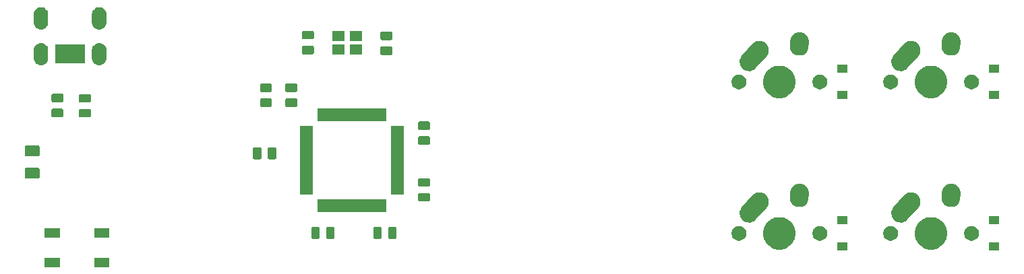
<source format=gbr>
G04 #@! TF.GenerationSoftware,KiCad,Pcbnew,5.1.4*
G04 #@! TF.CreationDate,2020-08-15T08:43:54-04:00*
G04 #@! TF.ProjectId,ai03-pcb-guide,61693033-2d70-4636-922d-67756964652e,rev?*
G04 #@! TF.SameCoordinates,Original*
G04 #@! TF.FileFunction,Soldermask,Bot*
G04 #@! TF.FilePolarity,Negative*
%FSLAX46Y46*%
G04 Gerber Fmt 4.6, Leading zero omitted, Abs format (unit mm)*
G04 Created by KiCad (PCBNEW 5.1.4) date 2020-08-15 08:43:54*
%MOMM*%
%LPD*%
G04 APERTURE LIST*
%ADD10C,0.100000*%
G04 APERTURE END LIST*
D10*
G36*
X52544750Y-96376000D02*
G01*
X50642750Y-96376000D01*
X50642750Y-95174000D01*
X52544750Y-95174000D01*
X52544750Y-96376000D01*
X52544750Y-96376000D01*
G37*
G36*
X46344750Y-96376000D02*
G01*
X44442750Y-96376000D01*
X44442750Y-95174000D01*
X46344750Y-95174000D01*
X46344750Y-96376000D01*
X46344750Y-96376000D01*
G37*
G36*
X164341300Y-94289500D02*
G01*
X163039300Y-94289500D01*
X163039300Y-93287500D01*
X164341300Y-93287500D01*
X164341300Y-94289500D01*
X164341300Y-94289500D01*
G37*
G36*
X145291300Y-94289500D02*
G01*
X143989300Y-94289500D01*
X143989300Y-93287500D01*
X145291300Y-93287500D01*
X145291300Y-94289500D01*
X145291300Y-94289500D01*
G37*
G36*
X137299274Y-90172184D02*
G01*
X137517274Y-90262483D01*
X137671423Y-90326333D01*
X138006348Y-90550123D01*
X138291177Y-90834952D01*
X138514967Y-91169877D01*
X138547362Y-91248086D01*
X138669116Y-91542026D01*
X138747700Y-91937094D01*
X138747700Y-92339906D01*
X138669116Y-92734974D01*
X138618251Y-92857772D01*
X138514967Y-93107123D01*
X138291177Y-93442048D01*
X138006348Y-93726877D01*
X137671423Y-93950667D01*
X137517274Y-94014517D01*
X137299274Y-94104816D01*
X136904206Y-94183400D01*
X136501394Y-94183400D01*
X136106326Y-94104816D01*
X135888326Y-94014517D01*
X135734177Y-93950667D01*
X135399252Y-93726877D01*
X135114423Y-93442048D01*
X134890633Y-93107123D01*
X134787349Y-92857772D01*
X134736484Y-92734974D01*
X134657900Y-92339906D01*
X134657900Y-91937094D01*
X134736484Y-91542026D01*
X134858238Y-91248086D01*
X134890633Y-91169877D01*
X135114423Y-90834952D01*
X135399252Y-90550123D01*
X135734177Y-90326333D01*
X135888326Y-90262483D01*
X136106326Y-90172184D01*
X136501394Y-90093600D01*
X136904206Y-90093600D01*
X137299274Y-90172184D01*
X137299274Y-90172184D01*
G37*
G36*
X156349274Y-90172184D02*
G01*
X156567274Y-90262483D01*
X156721423Y-90326333D01*
X157056348Y-90550123D01*
X157341177Y-90834952D01*
X157564967Y-91169877D01*
X157597362Y-91248086D01*
X157719116Y-91542026D01*
X157797700Y-91937094D01*
X157797700Y-92339906D01*
X157719116Y-92734974D01*
X157668251Y-92857772D01*
X157564967Y-93107123D01*
X157341177Y-93442048D01*
X157056348Y-93726877D01*
X156721423Y-93950667D01*
X156567274Y-94014517D01*
X156349274Y-94104816D01*
X155954206Y-94183400D01*
X155551394Y-94183400D01*
X155156326Y-94104816D01*
X154938326Y-94014517D01*
X154784177Y-93950667D01*
X154449252Y-93726877D01*
X154164423Y-93442048D01*
X153940633Y-93107123D01*
X153837349Y-92857772D01*
X153786484Y-92734974D01*
X153707900Y-92339906D01*
X153707900Y-91937094D01*
X153786484Y-91542026D01*
X153908238Y-91248086D01*
X153940633Y-91169877D01*
X154164423Y-90834952D01*
X154449252Y-90550123D01*
X154784177Y-90326333D01*
X154938326Y-90262483D01*
X155156326Y-90172184D01*
X155551394Y-90093600D01*
X155954206Y-90093600D01*
X156349274Y-90172184D01*
X156349274Y-90172184D01*
G37*
G36*
X161102904Y-91248085D02*
G01*
X161271426Y-91317889D01*
X161423091Y-91419228D01*
X161552072Y-91548209D01*
X161653411Y-91699874D01*
X161723215Y-91868396D01*
X161758800Y-92047297D01*
X161758800Y-92229703D01*
X161723215Y-92408604D01*
X161653411Y-92577126D01*
X161552072Y-92728791D01*
X161423091Y-92857772D01*
X161271426Y-92959111D01*
X161102904Y-93028915D01*
X160924003Y-93064500D01*
X160741597Y-93064500D01*
X160562696Y-93028915D01*
X160394174Y-92959111D01*
X160242509Y-92857772D01*
X160113528Y-92728791D01*
X160012189Y-92577126D01*
X159942385Y-92408604D01*
X159906800Y-92229703D01*
X159906800Y-92047297D01*
X159942385Y-91868396D01*
X160012189Y-91699874D01*
X160113528Y-91548209D01*
X160242509Y-91419228D01*
X160394174Y-91317889D01*
X160562696Y-91248085D01*
X160741597Y-91212500D01*
X160924003Y-91212500D01*
X161102904Y-91248085D01*
X161102904Y-91248085D01*
G37*
G36*
X150942904Y-91248085D02*
G01*
X151111426Y-91317889D01*
X151263091Y-91419228D01*
X151392072Y-91548209D01*
X151493411Y-91699874D01*
X151563215Y-91868396D01*
X151598800Y-92047297D01*
X151598800Y-92229703D01*
X151563215Y-92408604D01*
X151493411Y-92577126D01*
X151392072Y-92728791D01*
X151263091Y-92857772D01*
X151111426Y-92959111D01*
X150942904Y-93028915D01*
X150764003Y-93064500D01*
X150581597Y-93064500D01*
X150402696Y-93028915D01*
X150234174Y-92959111D01*
X150082509Y-92857772D01*
X149953528Y-92728791D01*
X149852189Y-92577126D01*
X149782385Y-92408604D01*
X149746800Y-92229703D01*
X149746800Y-92047297D01*
X149782385Y-91868396D01*
X149852189Y-91699874D01*
X149953528Y-91548209D01*
X150082509Y-91419228D01*
X150234174Y-91317889D01*
X150402696Y-91248085D01*
X150581597Y-91212500D01*
X150764003Y-91212500D01*
X150942904Y-91248085D01*
X150942904Y-91248085D01*
G37*
G36*
X131892904Y-91248085D02*
G01*
X132061426Y-91317889D01*
X132213091Y-91419228D01*
X132342072Y-91548209D01*
X132443411Y-91699874D01*
X132513215Y-91868396D01*
X132548800Y-92047297D01*
X132548800Y-92229703D01*
X132513215Y-92408604D01*
X132443411Y-92577126D01*
X132342072Y-92728791D01*
X132213091Y-92857772D01*
X132061426Y-92959111D01*
X131892904Y-93028915D01*
X131714003Y-93064500D01*
X131531597Y-93064500D01*
X131352696Y-93028915D01*
X131184174Y-92959111D01*
X131032509Y-92857772D01*
X130903528Y-92728791D01*
X130802189Y-92577126D01*
X130732385Y-92408604D01*
X130696800Y-92229703D01*
X130696800Y-92047297D01*
X130732385Y-91868396D01*
X130802189Y-91699874D01*
X130903528Y-91548209D01*
X131032509Y-91419228D01*
X131184174Y-91317889D01*
X131352696Y-91248085D01*
X131531597Y-91212500D01*
X131714003Y-91212500D01*
X131892904Y-91248085D01*
X131892904Y-91248085D01*
G37*
G36*
X142052904Y-91248085D02*
G01*
X142221426Y-91317889D01*
X142373091Y-91419228D01*
X142502072Y-91548209D01*
X142603411Y-91699874D01*
X142673215Y-91868396D01*
X142708800Y-92047297D01*
X142708800Y-92229703D01*
X142673215Y-92408604D01*
X142603411Y-92577126D01*
X142502072Y-92728791D01*
X142373091Y-92857772D01*
X142221426Y-92959111D01*
X142052904Y-93028915D01*
X141874003Y-93064500D01*
X141691597Y-93064500D01*
X141512696Y-93028915D01*
X141344174Y-92959111D01*
X141192509Y-92857772D01*
X141063528Y-92728791D01*
X140962189Y-92577126D01*
X140892385Y-92408604D01*
X140856800Y-92229703D01*
X140856800Y-92047297D01*
X140892385Y-91868396D01*
X140962189Y-91699874D01*
X141063528Y-91548209D01*
X141192509Y-91419228D01*
X141344174Y-91317889D01*
X141512696Y-91248085D01*
X141691597Y-91212500D01*
X141874003Y-91212500D01*
X142052904Y-91248085D01*
X142052904Y-91248085D01*
G37*
G36*
X80684468Y-91328565D02*
G01*
X80723138Y-91340296D01*
X80758777Y-91359346D01*
X80790017Y-91384983D01*
X80815654Y-91416223D01*
X80834704Y-91451862D01*
X80846435Y-91490532D01*
X80851000Y-91536888D01*
X80851000Y-92613112D01*
X80846435Y-92659468D01*
X80834704Y-92698138D01*
X80815654Y-92733777D01*
X80790017Y-92765017D01*
X80758777Y-92790654D01*
X80723138Y-92809704D01*
X80684468Y-92821435D01*
X80638112Y-92826000D01*
X79986888Y-92826000D01*
X79940532Y-92821435D01*
X79901862Y-92809704D01*
X79866223Y-92790654D01*
X79834983Y-92765017D01*
X79809346Y-92733777D01*
X79790296Y-92698138D01*
X79778565Y-92659468D01*
X79774000Y-92613112D01*
X79774000Y-91536888D01*
X79778565Y-91490532D01*
X79790296Y-91451862D01*
X79809346Y-91416223D01*
X79834983Y-91384983D01*
X79866223Y-91359346D01*
X79901862Y-91340296D01*
X79940532Y-91328565D01*
X79986888Y-91324000D01*
X80638112Y-91324000D01*
X80684468Y-91328565D01*
X80684468Y-91328565D01*
G37*
G36*
X78809468Y-91328565D02*
G01*
X78848138Y-91340296D01*
X78883777Y-91359346D01*
X78915017Y-91384983D01*
X78940654Y-91416223D01*
X78959704Y-91451862D01*
X78971435Y-91490532D01*
X78976000Y-91536888D01*
X78976000Y-92613112D01*
X78971435Y-92659468D01*
X78959704Y-92698138D01*
X78940654Y-92733777D01*
X78915017Y-92765017D01*
X78883777Y-92790654D01*
X78848138Y-92809704D01*
X78809468Y-92821435D01*
X78763112Y-92826000D01*
X78111888Y-92826000D01*
X78065532Y-92821435D01*
X78026862Y-92809704D01*
X77991223Y-92790654D01*
X77959983Y-92765017D01*
X77934346Y-92733777D01*
X77915296Y-92698138D01*
X77903565Y-92659468D01*
X77899000Y-92613112D01*
X77899000Y-91536888D01*
X77903565Y-91490532D01*
X77915296Y-91451862D01*
X77934346Y-91416223D01*
X77959983Y-91384983D01*
X77991223Y-91359346D01*
X78026862Y-91340296D01*
X78065532Y-91328565D01*
X78111888Y-91324000D01*
X78763112Y-91324000D01*
X78809468Y-91328565D01*
X78809468Y-91328565D01*
G37*
G36*
X86603218Y-91328565D02*
G01*
X86641888Y-91340296D01*
X86677527Y-91359346D01*
X86708767Y-91384983D01*
X86734404Y-91416223D01*
X86753454Y-91451862D01*
X86765185Y-91490532D01*
X86769750Y-91536888D01*
X86769750Y-92613112D01*
X86765185Y-92659468D01*
X86753454Y-92698138D01*
X86734404Y-92733777D01*
X86708767Y-92765017D01*
X86677527Y-92790654D01*
X86641888Y-92809704D01*
X86603218Y-92821435D01*
X86556862Y-92826000D01*
X85905638Y-92826000D01*
X85859282Y-92821435D01*
X85820612Y-92809704D01*
X85784973Y-92790654D01*
X85753733Y-92765017D01*
X85728096Y-92733777D01*
X85709046Y-92698138D01*
X85697315Y-92659468D01*
X85692750Y-92613112D01*
X85692750Y-91536888D01*
X85697315Y-91490532D01*
X85709046Y-91451862D01*
X85728096Y-91416223D01*
X85753733Y-91384983D01*
X85784973Y-91359346D01*
X85820612Y-91340296D01*
X85859282Y-91328565D01*
X85905638Y-91324000D01*
X86556862Y-91324000D01*
X86603218Y-91328565D01*
X86603218Y-91328565D01*
G37*
G36*
X88478218Y-91328565D02*
G01*
X88516888Y-91340296D01*
X88552527Y-91359346D01*
X88583767Y-91384983D01*
X88609404Y-91416223D01*
X88628454Y-91451862D01*
X88640185Y-91490532D01*
X88644750Y-91536888D01*
X88644750Y-92613112D01*
X88640185Y-92659468D01*
X88628454Y-92698138D01*
X88609404Y-92733777D01*
X88583767Y-92765017D01*
X88552527Y-92790654D01*
X88516888Y-92809704D01*
X88478218Y-92821435D01*
X88431862Y-92826000D01*
X87780638Y-92826000D01*
X87734282Y-92821435D01*
X87695612Y-92809704D01*
X87659973Y-92790654D01*
X87628733Y-92765017D01*
X87603096Y-92733777D01*
X87584046Y-92698138D01*
X87572315Y-92659468D01*
X87567750Y-92613112D01*
X87567750Y-91536888D01*
X87572315Y-91490532D01*
X87584046Y-91451862D01*
X87603096Y-91416223D01*
X87628733Y-91384983D01*
X87659973Y-91359346D01*
X87695612Y-91340296D01*
X87734282Y-91328565D01*
X87780638Y-91324000D01*
X88431862Y-91324000D01*
X88478218Y-91328565D01*
X88478218Y-91328565D01*
G37*
G36*
X52544750Y-92676000D02*
G01*
X50642750Y-92676000D01*
X50642750Y-91474000D01*
X52544750Y-91474000D01*
X52544750Y-92676000D01*
X52544750Y-92676000D01*
G37*
G36*
X46344750Y-92676000D02*
G01*
X44442750Y-92676000D01*
X44442750Y-91474000D01*
X46344750Y-91474000D01*
X46344750Y-92676000D01*
X46344750Y-92676000D01*
G37*
G36*
X164341300Y-90989500D02*
G01*
X163039300Y-90989500D01*
X163039300Y-89987500D01*
X164341300Y-89987500D01*
X164341300Y-90989500D01*
X164341300Y-90989500D01*
G37*
G36*
X145291300Y-90989500D02*
G01*
X143989300Y-90989500D01*
X143989300Y-89987500D01*
X145291300Y-89987500D01*
X145291300Y-90989500D01*
X145291300Y-90989500D01*
G37*
G36*
X134226005Y-86962381D02*
G01*
X134231445Y-86962500D01*
X134318628Y-86962500D01*
X134334897Y-86965736D01*
X134353756Y-86968015D01*
X134370332Y-86968746D01*
X134455023Y-86989510D01*
X134460318Y-86990684D01*
X134545827Y-87007693D01*
X134561162Y-87014045D01*
X134579201Y-87019955D01*
X134595321Y-87023907D01*
X134674304Y-87060780D01*
X134679294Y-87062977D01*
X134759845Y-87096342D01*
X134773641Y-87105560D01*
X134790193Y-87114882D01*
X134805226Y-87121900D01*
X134875494Y-87173471D01*
X134879992Y-87176622D01*
X134952456Y-87225041D01*
X134964183Y-87236768D01*
X134978609Y-87249148D01*
X134989307Y-87257000D01*
X134991980Y-87258962D01*
X135050821Y-87323233D01*
X135054629Y-87327214D01*
X135116259Y-87388844D01*
X135125474Y-87402635D01*
X135137196Y-87417578D01*
X135148405Y-87429821D01*
X135193599Y-87504374D01*
X135196546Y-87509001D01*
X135244958Y-87581455D01*
X135251305Y-87596777D01*
X135259892Y-87613731D01*
X135268491Y-87627917D01*
X135298278Y-87709868D01*
X135300252Y-87714948D01*
X135333607Y-87795473D01*
X135333607Y-87795474D01*
X135336841Y-87811733D01*
X135341958Y-87830042D01*
X135347625Y-87845634D01*
X135360855Y-87931845D01*
X135361801Y-87937213D01*
X135378800Y-88022673D01*
X135378800Y-88039252D01*
X135380244Y-88058192D01*
X135382763Y-88074604D01*
X135378920Y-88161749D01*
X135378800Y-88167189D01*
X135378800Y-88254325D01*
X135375566Y-88270583D01*
X135373288Y-88289441D01*
X135372556Y-88306031D01*
X135351788Y-88390737D01*
X135350612Y-88396037D01*
X135333607Y-88481527D01*
X135327257Y-88496857D01*
X135321349Y-88514893D01*
X135317395Y-88531020D01*
X135280511Y-88610026D01*
X135278311Y-88615023D01*
X135244958Y-88695545D01*
X135235744Y-88709335D01*
X135226422Y-88725887D01*
X135219402Y-88740924D01*
X135167811Y-88811220D01*
X135164666Y-88815710D01*
X135116261Y-88888154D01*
X135059260Y-88945155D01*
X135054611Y-88950063D01*
X134623111Y-89430970D01*
X133729523Y-90426876D01*
X133601479Y-90544102D01*
X133502430Y-90604146D01*
X133403383Y-90664189D01*
X133185666Y-90743323D01*
X132956695Y-90778461D01*
X132725270Y-90768254D01*
X132500281Y-90713093D01*
X132395527Y-90664189D01*
X132290379Y-90615102D01*
X132193638Y-90544102D01*
X132103623Y-90478039D01*
X132029194Y-90396741D01*
X131947198Y-90307179D01*
X131865364Y-90172185D01*
X131827111Y-90109083D01*
X131747977Y-89891366D01*
X131712839Y-89662395D01*
X131723046Y-89430970D01*
X131778207Y-89205981D01*
X131829772Y-89095528D01*
X131876198Y-88996080D01*
X131876200Y-88996077D01*
X131978914Y-88856122D01*
X132663524Y-88093123D01*
X133265587Y-87422121D01*
X133276481Y-87408089D01*
X133289339Y-87388846D01*
X133346373Y-87331812D01*
X133351023Y-87326903D01*
X133366078Y-87310124D01*
X133387501Y-87290511D01*
X133391482Y-87286703D01*
X133453146Y-87225039D01*
X133466943Y-87215820D01*
X133481902Y-87204085D01*
X133494121Y-87192898D01*
X133526185Y-87173461D01*
X133568630Y-87147731D01*
X133573221Y-87144808D01*
X133645755Y-87096342D01*
X133661100Y-87089986D01*
X133678048Y-87081401D01*
X133692216Y-87072812D01*
X133692217Y-87072812D01*
X133692218Y-87072811D01*
X133774112Y-87043045D01*
X133779210Y-87041063D01*
X133859773Y-87007693D01*
X133876052Y-87004455D01*
X133894342Y-86999344D01*
X133909935Y-86993677D01*
X133996100Y-86980454D01*
X134001463Y-86979509D01*
X134086973Y-86962500D01*
X134103566Y-86962500D01*
X134122509Y-86961055D01*
X134138906Y-86958539D01*
X134226005Y-86962381D01*
X134226005Y-86962381D01*
G37*
G36*
X153276005Y-86962381D02*
G01*
X153281445Y-86962500D01*
X153368628Y-86962500D01*
X153384897Y-86965736D01*
X153403756Y-86968015D01*
X153420332Y-86968746D01*
X153505023Y-86989510D01*
X153510318Y-86990684D01*
X153595827Y-87007693D01*
X153611162Y-87014045D01*
X153629201Y-87019955D01*
X153645321Y-87023907D01*
X153724304Y-87060780D01*
X153729294Y-87062977D01*
X153809845Y-87096342D01*
X153823641Y-87105560D01*
X153840193Y-87114882D01*
X153855226Y-87121900D01*
X153925494Y-87173471D01*
X153929992Y-87176622D01*
X154002456Y-87225041D01*
X154014183Y-87236768D01*
X154028609Y-87249148D01*
X154039307Y-87257000D01*
X154041980Y-87258962D01*
X154100821Y-87323233D01*
X154104629Y-87327214D01*
X154166259Y-87388844D01*
X154175474Y-87402635D01*
X154187196Y-87417578D01*
X154198405Y-87429821D01*
X154243599Y-87504374D01*
X154246546Y-87509001D01*
X154294958Y-87581455D01*
X154301305Y-87596777D01*
X154309892Y-87613731D01*
X154318491Y-87627917D01*
X154348278Y-87709868D01*
X154350252Y-87714948D01*
X154383607Y-87795473D01*
X154383607Y-87795474D01*
X154386841Y-87811733D01*
X154391958Y-87830042D01*
X154397625Y-87845634D01*
X154410855Y-87931845D01*
X154411801Y-87937213D01*
X154428800Y-88022673D01*
X154428800Y-88039252D01*
X154430244Y-88058192D01*
X154432763Y-88074604D01*
X154428920Y-88161749D01*
X154428800Y-88167189D01*
X154428800Y-88254325D01*
X154425566Y-88270583D01*
X154423288Y-88289441D01*
X154422556Y-88306031D01*
X154401788Y-88390737D01*
X154400612Y-88396037D01*
X154383607Y-88481527D01*
X154377257Y-88496857D01*
X154371349Y-88514893D01*
X154367395Y-88531020D01*
X154330511Y-88610026D01*
X154328311Y-88615023D01*
X154294958Y-88695545D01*
X154285744Y-88709335D01*
X154276422Y-88725887D01*
X154269402Y-88740924D01*
X154217811Y-88811220D01*
X154214666Y-88815710D01*
X154166261Y-88888154D01*
X154109260Y-88945155D01*
X154104611Y-88950063D01*
X153673111Y-89430970D01*
X152779523Y-90426876D01*
X152651479Y-90544102D01*
X152552430Y-90604146D01*
X152453383Y-90664189D01*
X152235666Y-90743323D01*
X152006695Y-90778461D01*
X151775270Y-90768254D01*
X151550281Y-90713093D01*
X151445527Y-90664189D01*
X151340379Y-90615102D01*
X151243638Y-90544102D01*
X151153623Y-90478039D01*
X151079194Y-90396741D01*
X150997198Y-90307179D01*
X150915364Y-90172185D01*
X150877111Y-90109083D01*
X150797977Y-89891366D01*
X150762839Y-89662395D01*
X150773046Y-89430970D01*
X150828207Y-89205981D01*
X150879772Y-89095528D01*
X150926198Y-88996080D01*
X150926200Y-88996077D01*
X151028914Y-88856122D01*
X151713524Y-88093123D01*
X152315587Y-87422121D01*
X152326481Y-87408089D01*
X152339339Y-87388846D01*
X152396373Y-87331812D01*
X152401023Y-87326903D01*
X152416078Y-87310124D01*
X152437501Y-87290511D01*
X152441482Y-87286703D01*
X152503146Y-87225039D01*
X152516943Y-87215820D01*
X152531902Y-87204085D01*
X152544121Y-87192898D01*
X152576185Y-87173461D01*
X152618630Y-87147731D01*
X152623221Y-87144808D01*
X152695755Y-87096342D01*
X152711100Y-87089986D01*
X152728048Y-87081401D01*
X152742216Y-87072812D01*
X152742217Y-87072812D01*
X152742218Y-87072811D01*
X152824112Y-87043045D01*
X152829210Y-87041063D01*
X152909773Y-87007693D01*
X152926052Y-87004455D01*
X152944342Y-86999344D01*
X152959935Y-86993677D01*
X153046100Y-86980454D01*
X153051463Y-86979509D01*
X153136973Y-86962500D01*
X153153566Y-86962500D01*
X153172509Y-86961055D01*
X153188906Y-86958539D01*
X153276005Y-86962381D01*
X153276005Y-86962381D01*
G37*
G36*
X87358600Y-89432000D02*
G01*
X78706600Y-89432000D01*
X78706600Y-87830000D01*
X87358600Y-87830000D01*
X87358600Y-89432000D01*
X87358600Y-89432000D01*
G37*
G36*
X158380927Y-85880761D02*
G01*
X158401700Y-85882500D01*
X158408627Y-85882500D01*
X158503554Y-85901382D01*
X158507148Y-85902042D01*
X158602530Y-85918124D01*
X158609003Y-85920585D01*
X158629028Y-85926341D01*
X158635827Y-85927693D01*
X158698214Y-85953534D01*
X158725243Y-85964730D01*
X158728644Y-85966081D01*
X158819055Y-86000461D01*
X158824927Y-86004140D01*
X158843436Y-86013687D01*
X158849845Y-86016342D01*
X158930363Y-86070142D01*
X158933354Y-86072078D01*
X159015357Y-86123459D01*
X159020384Y-86128200D01*
X159036696Y-86141191D01*
X159042452Y-86145037D01*
X159110910Y-86213495D01*
X159113489Y-86215999D01*
X159183890Y-86282389D01*
X159187895Y-86288019D01*
X159201359Y-86303944D01*
X159206259Y-86308844D01*
X159260044Y-86389339D01*
X159262091Y-86392307D01*
X159318180Y-86471145D01*
X159321014Y-86477458D01*
X159331108Y-86495693D01*
X159334958Y-86501455D01*
X159372020Y-86590930D01*
X159373424Y-86594185D01*
X159413065Y-86682473D01*
X159414615Y-86689225D01*
X159420952Y-86709062D01*
X159423607Y-86715473D01*
X159442492Y-86810417D01*
X159443238Y-86813901D01*
X159464898Y-86908251D01*
X159464898Y-86908254D01*
X159465100Y-86915154D01*
X159467447Y-86935870D01*
X159468800Y-86942674D01*
X159468800Y-87039486D01*
X159468853Y-87043084D01*
X159469988Y-87081777D01*
X159469095Y-87094725D01*
X159468800Y-87103297D01*
X159468800Y-87174326D01*
X159462881Y-87204085D01*
X159462404Y-87206479D01*
X159460300Y-87222250D01*
X159422038Y-87777045D01*
X159393176Y-87948230D01*
X159310838Y-88164755D01*
X159187841Y-88361057D01*
X159028911Y-88529590D01*
X158840155Y-88663880D01*
X158628827Y-88758765D01*
X158403049Y-88810598D01*
X158171498Y-88817389D01*
X158171497Y-88817389D01*
X158125812Y-88809686D01*
X157943070Y-88778876D01*
X157726545Y-88696538D01*
X157530243Y-88573541D01*
X157361710Y-88414611D01*
X157227420Y-88225855D01*
X157132535Y-88014527D01*
X157080702Y-87788749D01*
X157075612Y-87615223D01*
X157116504Y-87022294D01*
X157116800Y-87013696D01*
X157116800Y-86942675D01*
X157135682Y-86847750D01*
X157136344Y-86844145D01*
X157142031Y-86810417D01*
X157152424Y-86748770D01*
X157154885Y-86742299D01*
X157160642Y-86722267D01*
X157161993Y-86715474D01*
X157164643Y-86709076D01*
X157199064Y-86625976D01*
X157200353Y-86622730D01*
X157234762Y-86532245D01*
X157238436Y-86526381D01*
X157247987Y-86507865D01*
X157250642Y-86501455D01*
X157304457Y-86420915D01*
X157306377Y-86417949D01*
X157357759Y-86335943D01*
X157362511Y-86330904D01*
X157375489Y-86314607D01*
X157379337Y-86308848D01*
X157447793Y-86240392D01*
X157450346Y-86237762D01*
X157470823Y-86216048D01*
X157516689Y-86167410D01*
X157522321Y-86163403D01*
X157538247Y-86149938D01*
X157543146Y-86145039D01*
X157623624Y-86091266D01*
X157626606Y-86089210D01*
X157705445Y-86033120D01*
X157711755Y-86030287D01*
X157729994Y-86020191D01*
X157735751Y-86016344D01*
X157735754Y-86016343D01*
X157735755Y-86016342D01*
X157825229Y-85979281D01*
X157828487Y-85977875D01*
X157916773Y-85938235D01*
X157923525Y-85936685D01*
X157943362Y-85930348D01*
X157949773Y-85927693D01*
X158044699Y-85908811D01*
X158048246Y-85908051D01*
X158142551Y-85886401D01*
X158144930Y-85886331D01*
X158149465Y-85886198D01*
X158170181Y-85883851D01*
X158176974Y-85882500D01*
X158273759Y-85882500D01*
X158277384Y-85882447D01*
X158374102Y-85879610D01*
X158380927Y-85880761D01*
X158380927Y-85880761D01*
G37*
G36*
X139330927Y-85880761D02*
G01*
X139351700Y-85882500D01*
X139358627Y-85882500D01*
X139453554Y-85901382D01*
X139457148Y-85902042D01*
X139552530Y-85918124D01*
X139559003Y-85920585D01*
X139579028Y-85926341D01*
X139585827Y-85927693D01*
X139648214Y-85953534D01*
X139675243Y-85964730D01*
X139678644Y-85966081D01*
X139769055Y-86000461D01*
X139774927Y-86004140D01*
X139793436Y-86013687D01*
X139799845Y-86016342D01*
X139880363Y-86070142D01*
X139883354Y-86072078D01*
X139965357Y-86123459D01*
X139970384Y-86128200D01*
X139986696Y-86141191D01*
X139992452Y-86145037D01*
X140060910Y-86213495D01*
X140063489Y-86215999D01*
X140133890Y-86282389D01*
X140137895Y-86288019D01*
X140151359Y-86303944D01*
X140156259Y-86308844D01*
X140210044Y-86389339D01*
X140212091Y-86392307D01*
X140268180Y-86471145D01*
X140271014Y-86477458D01*
X140281108Y-86495693D01*
X140284958Y-86501455D01*
X140322020Y-86590930D01*
X140323424Y-86594185D01*
X140363065Y-86682473D01*
X140364615Y-86689225D01*
X140370952Y-86709062D01*
X140373607Y-86715473D01*
X140392492Y-86810417D01*
X140393238Y-86813901D01*
X140414898Y-86908251D01*
X140414898Y-86908254D01*
X140415100Y-86915154D01*
X140417447Y-86935870D01*
X140418800Y-86942674D01*
X140418800Y-87039486D01*
X140418853Y-87043084D01*
X140419988Y-87081777D01*
X140419095Y-87094725D01*
X140418800Y-87103297D01*
X140418800Y-87174326D01*
X140412881Y-87204085D01*
X140412404Y-87206479D01*
X140410300Y-87222250D01*
X140372038Y-87777045D01*
X140343176Y-87948230D01*
X140260838Y-88164755D01*
X140137841Y-88361057D01*
X139978911Y-88529590D01*
X139790155Y-88663880D01*
X139578827Y-88758765D01*
X139353049Y-88810598D01*
X139121498Y-88817389D01*
X139121497Y-88817389D01*
X139075812Y-88809686D01*
X138893070Y-88778876D01*
X138676545Y-88696538D01*
X138480243Y-88573541D01*
X138311710Y-88414611D01*
X138177420Y-88225855D01*
X138082535Y-88014527D01*
X138030702Y-87788749D01*
X138025612Y-87615223D01*
X138066504Y-87022294D01*
X138066800Y-87013696D01*
X138066800Y-86942675D01*
X138085682Y-86847750D01*
X138086344Y-86844145D01*
X138092031Y-86810417D01*
X138102424Y-86748770D01*
X138104885Y-86742299D01*
X138110642Y-86722267D01*
X138111993Y-86715474D01*
X138114643Y-86709076D01*
X138149064Y-86625976D01*
X138150353Y-86622730D01*
X138184762Y-86532245D01*
X138188436Y-86526381D01*
X138197987Y-86507865D01*
X138200642Y-86501455D01*
X138254457Y-86420915D01*
X138256377Y-86417949D01*
X138307759Y-86335943D01*
X138312511Y-86330904D01*
X138325489Y-86314607D01*
X138329337Y-86308848D01*
X138397793Y-86240392D01*
X138400346Y-86237762D01*
X138420823Y-86216048D01*
X138466689Y-86167410D01*
X138472321Y-86163403D01*
X138488247Y-86149938D01*
X138493146Y-86145039D01*
X138573624Y-86091266D01*
X138576606Y-86089210D01*
X138655445Y-86033120D01*
X138661755Y-86030287D01*
X138679994Y-86020191D01*
X138685751Y-86016344D01*
X138685754Y-86016343D01*
X138685755Y-86016342D01*
X138775229Y-85979281D01*
X138778487Y-85977875D01*
X138866773Y-85938235D01*
X138873525Y-85936685D01*
X138893362Y-85930348D01*
X138899773Y-85927693D01*
X138994699Y-85908811D01*
X138998246Y-85908051D01*
X139092551Y-85886401D01*
X139094930Y-85886331D01*
X139099465Y-85886198D01*
X139120181Y-85883851D01*
X139126974Y-85882500D01*
X139223759Y-85882500D01*
X139227384Y-85882447D01*
X139324102Y-85879610D01*
X139330927Y-85880761D01*
X139330927Y-85880761D01*
G37*
G36*
X92659468Y-87066065D02*
G01*
X92698138Y-87077796D01*
X92733777Y-87096846D01*
X92765017Y-87122483D01*
X92790654Y-87153723D01*
X92809704Y-87189362D01*
X92821435Y-87228032D01*
X92826000Y-87274388D01*
X92826000Y-87925612D01*
X92821435Y-87971968D01*
X92809704Y-88010638D01*
X92790654Y-88046277D01*
X92765017Y-88077517D01*
X92733777Y-88103154D01*
X92698138Y-88122204D01*
X92659468Y-88133935D01*
X92613112Y-88138500D01*
X91536888Y-88138500D01*
X91490532Y-88133935D01*
X91451862Y-88122204D01*
X91416223Y-88103154D01*
X91384983Y-88077517D01*
X91359346Y-88046277D01*
X91340296Y-88010638D01*
X91328565Y-87971968D01*
X91324000Y-87925612D01*
X91324000Y-87274388D01*
X91328565Y-87228032D01*
X91340296Y-87189362D01*
X91359346Y-87153723D01*
X91384983Y-87122483D01*
X91416223Y-87096846D01*
X91451862Y-87077796D01*
X91490532Y-87066065D01*
X91536888Y-87061500D01*
X92613112Y-87061500D01*
X92659468Y-87066065D01*
X92659468Y-87066065D01*
G37*
G36*
X78133600Y-87257000D02*
G01*
X76531600Y-87257000D01*
X76531600Y-78605000D01*
X78133600Y-78605000D01*
X78133600Y-87257000D01*
X78133600Y-87257000D01*
G37*
G36*
X89533600Y-87257000D02*
G01*
X87931600Y-87257000D01*
X87931600Y-78605000D01*
X89533600Y-78605000D01*
X89533600Y-87257000D01*
X89533600Y-87257000D01*
G37*
G36*
X92659468Y-85191065D02*
G01*
X92698138Y-85202796D01*
X92733777Y-85221846D01*
X92765017Y-85247483D01*
X92790654Y-85278723D01*
X92809704Y-85314362D01*
X92821435Y-85353032D01*
X92826000Y-85399388D01*
X92826000Y-86050612D01*
X92821435Y-86096968D01*
X92809704Y-86135638D01*
X92790654Y-86171277D01*
X92765017Y-86202517D01*
X92733777Y-86228154D01*
X92698138Y-86247204D01*
X92659468Y-86258935D01*
X92613112Y-86263500D01*
X91536888Y-86263500D01*
X91490532Y-86258935D01*
X91451862Y-86247204D01*
X91416223Y-86228154D01*
X91384983Y-86202517D01*
X91359346Y-86171277D01*
X91340296Y-86135638D01*
X91328565Y-86096968D01*
X91324000Y-86050612D01*
X91324000Y-85399388D01*
X91328565Y-85353032D01*
X91340296Y-85314362D01*
X91359346Y-85278723D01*
X91384983Y-85247483D01*
X91416223Y-85221846D01*
X91451862Y-85202796D01*
X91490532Y-85191065D01*
X91536888Y-85186500D01*
X92613112Y-85186500D01*
X92659468Y-85191065D01*
X92659468Y-85191065D01*
G37*
G36*
X43631104Y-83884597D02*
G01*
X43667644Y-83895682D01*
X43701321Y-83913683D01*
X43730841Y-83937909D01*
X43755067Y-83967429D01*
X43773068Y-84001106D01*
X43784153Y-84037646D01*
X43788500Y-84081788D01*
X43788500Y-85030712D01*
X43784153Y-85074854D01*
X43773068Y-85111394D01*
X43755067Y-85145071D01*
X43730841Y-85174591D01*
X43701321Y-85198817D01*
X43667644Y-85216818D01*
X43631104Y-85227903D01*
X43586962Y-85232250D01*
X42138038Y-85232250D01*
X42093896Y-85227903D01*
X42057356Y-85216818D01*
X42023679Y-85198817D01*
X41994159Y-85174591D01*
X41969933Y-85145071D01*
X41951932Y-85111394D01*
X41940847Y-85074854D01*
X41936500Y-85030712D01*
X41936500Y-84081788D01*
X41940847Y-84037646D01*
X41951932Y-84001106D01*
X41969933Y-83967429D01*
X41994159Y-83937909D01*
X42023679Y-83913683D01*
X42057356Y-83895682D01*
X42093896Y-83884597D01*
X42138038Y-83880250D01*
X43586962Y-83880250D01*
X43631104Y-83884597D01*
X43631104Y-83884597D01*
G37*
G36*
X73366968Y-81320965D02*
G01*
X73405638Y-81332696D01*
X73441277Y-81351746D01*
X73472517Y-81377383D01*
X73498154Y-81408623D01*
X73517204Y-81444262D01*
X73528935Y-81482932D01*
X73533500Y-81529288D01*
X73533500Y-82605512D01*
X73528935Y-82651868D01*
X73517204Y-82690538D01*
X73498154Y-82726177D01*
X73472517Y-82757417D01*
X73441277Y-82783054D01*
X73405638Y-82802104D01*
X73366968Y-82813835D01*
X73320612Y-82818400D01*
X72669388Y-82818400D01*
X72623032Y-82813835D01*
X72584362Y-82802104D01*
X72548723Y-82783054D01*
X72517483Y-82757417D01*
X72491846Y-82726177D01*
X72472796Y-82690538D01*
X72461065Y-82651868D01*
X72456500Y-82605512D01*
X72456500Y-81529288D01*
X72461065Y-81482932D01*
X72472796Y-81444262D01*
X72491846Y-81408623D01*
X72517483Y-81377383D01*
X72548723Y-81351746D01*
X72584362Y-81332696D01*
X72623032Y-81320965D01*
X72669388Y-81316400D01*
X73320612Y-81316400D01*
X73366968Y-81320965D01*
X73366968Y-81320965D01*
G37*
G36*
X71491968Y-81320965D02*
G01*
X71530638Y-81332696D01*
X71566277Y-81351746D01*
X71597517Y-81377383D01*
X71623154Y-81408623D01*
X71642204Y-81444262D01*
X71653935Y-81482932D01*
X71658500Y-81529288D01*
X71658500Y-82605512D01*
X71653935Y-82651868D01*
X71642204Y-82690538D01*
X71623154Y-82726177D01*
X71597517Y-82757417D01*
X71566277Y-82783054D01*
X71530638Y-82802104D01*
X71491968Y-82813835D01*
X71445612Y-82818400D01*
X70794388Y-82818400D01*
X70748032Y-82813835D01*
X70709362Y-82802104D01*
X70673723Y-82783054D01*
X70642483Y-82757417D01*
X70616846Y-82726177D01*
X70597796Y-82690538D01*
X70586065Y-82651868D01*
X70581500Y-82605512D01*
X70581500Y-81529288D01*
X70586065Y-81482932D01*
X70597796Y-81444262D01*
X70616846Y-81408623D01*
X70642483Y-81377383D01*
X70673723Y-81351746D01*
X70709362Y-81332696D01*
X70748032Y-81320965D01*
X70794388Y-81316400D01*
X71445612Y-81316400D01*
X71491968Y-81320965D01*
X71491968Y-81320965D01*
G37*
G36*
X43631104Y-81084597D02*
G01*
X43667644Y-81095682D01*
X43701321Y-81113683D01*
X43730841Y-81137909D01*
X43755067Y-81167429D01*
X43773068Y-81201106D01*
X43784153Y-81237646D01*
X43788500Y-81281788D01*
X43788500Y-82230712D01*
X43784153Y-82274854D01*
X43773068Y-82311394D01*
X43755067Y-82345071D01*
X43730841Y-82374591D01*
X43701321Y-82398817D01*
X43667644Y-82416818D01*
X43631104Y-82427903D01*
X43586962Y-82432250D01*
X42138038Y-82432250D01*
X42093896Y-82427903D01*
X42057356Y-82416818D01*
X42023679Y-82398817D01*
X41994159Y-82374591D01*
X41969933Y-82345071D01*
X41951932Y-82311394D01*
X41940847Y-82274854D01*
X41936500Y-82230712D01*
X41936500Y-81281788D01*
X41940847Y-81237646D01*
X41951932Y-81201106D01*
X41969933Y-81167429D01*
X41994159Y-81137909D01*
X42023679Y-81113683D01*
X42057356Y-81095682D01*
X42093896Y-81084597D01*
X42138038Y-81080250D01*
X43586962Y-81080250D01*
X43631104Y-81084597D01*
X43631104Y-81084597D01*
G37*
G36*
X92659468Y-79922315D02*
G01*
X92698138Y-79934046D01*
X92733777Y-79953096D01*
X92765017Y-79978733D01*
X92790654Y-80009973D01*
X92809704Y-80045612D01*
X92821435Y-80084282D01*
X92826000Y-80130638D01*
X92826000Y-80781862D01*
X92821435Y-80828218D01*
X92809704Y-80866888D01*
X92790654Y-80902527D01*
X92765017Y-80933767D01*
X92733777Y-80959404D01*
X92698138Y-80978454D01*
X92659468Y-80990185D01*
X92613112Y-80994750D01*
X91536888Y-80994750D01*
X91490532Y-80990185D01*
X91451862Y-80978454D01*
X91416223Y-80959404D01*
X91384983Y-80933767D01*
X91359346Y-80902527D01*
X91340296Y-80866888D01*
X91328565Y-80828218D01*
X91324000Y-80781862D01*
X91324000Y-80130638D01*
X91328565Y-80084282D01*
X91340296Y-80045612D01*
X91359346Y-80009973D01*
X91384983Y-79978733D01*
X91416223Y-79953096D01*
X91451862Y-79934046D01*
X91490532Y-79922315D01*
X91536888Y-79917750D01*
X92613112Y-79917750D01*
X92659468Y-79922315D01*
X92659468Y-79922315D01*
G37*
G36*
X92659468Y-78047315D02*
G01*
X92698138Y-78059046D01*
X92733777Y-78078096D01*
X92765017Y-78103733D01*
X92790654Y-78134973D01*
X92809704Y-78170612D01*
X92821435Y-78209282D01*
X92826000Y-78255638D01*
X92826000Y-78906862D01*
X92821435Y-78953218D01*
X92809704Y-78991888D01*
X92790654Y-79027527D01*
X92765017Y-79058767D01*
X92733777Y-79084404D01*
X92698138Y-79103454D01*
X92659468Y-79115185D01*
X92613112Y-79119750D01*
X91536888Y-79119750D01*
X91490532Y-79115185D01*
X91451862Y-79103454D01*
X91416223Y-79084404D01*
X91384983Y-79058767D01*
X91359346Y-79027527D01*
X91340296Y-78991888D01*
X91328565Y-78953218D01*
X91324000Y-78906862D01*
X91324000Y-78255638D01*
X91328565Y-78209282D01*
X91340296Y-78170612D01*
X91359346Y-78134973D01*
X91384983Y-78103733D01*
X91416223Y-78078096D01*
X91451862Y-78059046D01*
X91490532Y-78047315D01*
X91536888Y-78042750D01*
X92613112Y-78042750D01*
X92659468Y-78047315D01*
X92659468Y-78047315D01*
G37*
G36*
X87358600Y-78032000D02*
G01*
X78706600Y-78032000D01*
X78706600Y-76430000D01*
X87358600Y-76430000D01*
X87358600Y-78032000D01*
X87358600Y-78032000D01*
G37*
G36*
X50063668Y-76486965D02*
G01*
X50102338Y-76498696D01*
X50137977Y-76517746D01*
X50169217Y-76543383D01*
X50194854Y-76574623D01*
X50213904Y-76610262D01*
X50225635Y-76648932D01*
X50230200Y-76695288D01*
X50230200Y-77346512D01*
X50225635Y-77392868D01*
X50213904Y-77431538D01*
X50194854Y-77467177D01*
X50169217Y-77498417D01*
X50137977Y-77524054D01*
X50102338Y-77543104D01*
X50063668Y-77554835D01*
X50017312Y-77559400D01*
X48941088Y-77559400D01*
X48894732Y-77554835D01*
X48856062Y-77543104D01*
X48820423Y-77524054D01*
X48789183Y-77498417D01*
X48763546Y-77467177D01*
X48744496Y-77431538D01*
X48732765Y-77392868D01*
X48728200Y-77346512D01*
X48728200Y-76695288D01*
X48732765Y-76648932D01*
X48744496Y-76610262D01*
X48763546Y-76574623D01*
X48789183Y-76543383D01*
X48820423Y-76517746D01*
X48856062Y-76498696D01*
X48894732Y-76486965D01*
X48941088Y-76482400D01*
X50017312Y-76482400D01*
X50063668Y-76486965D01*
X50063668Y-76486965D01*
G37*
G36*
X46621968Y-76459815D02*
G01*
X46660638Y-76471546D01*
X46696277Y-76490596D01*
X46727517Y-76516233D01*
X46753154Y-76547473D01*
X46772204Y-76583112D01*
X46783935Y-76621782D01*
X46788500Y-76668138D01*
X46788500Y-77319362D01*
X46783935Y-77365718D01*
X46772204Y-77404388D01*
X46753154Y-77440027D01*
X46727517Y-77471267D01*
X46696277Y-77496904D01*
X46660638Y-77515954D01*
X46621968Y-77527685D01*
X46575612Y-77532250D01*
X45499388Y-77532250D01*
X45453032Y-77527685D01*
X45414362Y-77515954D01*
X45378723Y-77496904D01*
X45347483Y-77471267D01*
X45321846Y-77440027D01*
X45302796Y-77404388D01*
X45291065Y-77365718D01*
X45286500Y-77319362D01*
X45286500Y-76668138D01*
X45291065Y-76621782D01*
X45302796Y-76583112D01*
X45321846Y-76547473D01*
X45347483Y-76516233D01*
X45378723Y-76490596D01*
X45414362Y-76471546D01*
X45453032Y-76459815D01*
X45499388Y-76455250D01*
X46575612Y-76455250D01*
X46621968Y-76459815D01*
X46621968Y-76459815D01*
G37*
G36*
X72815718Y-75159815D02*
G01*
X72854388Y-75171546D01*
X72890027Y-75190596D01*
X72921267Y-75216233D01*
X72946904Y-75247473D01*
X72965954Y-75283112D01*
X72977685Y-75321782D01*
X72982250Y-75368138D01*
X72982250Y-76019362D01*
X72977685Y-76065718D01*
X72965954Y-76104388D01*
X72946904Y-76140027D01*
X72921267Y-76171267D01*
X72890027Y-76196904D01*
X72854388Y-76215954D01*
X72815718Y-76227685D01*
X72769362Y-76232250D01*
X71693138Y-76232250D01*
X71646782Y-76227685D01*
X71608112Y-76215954D01*
X71572473Y-76196904D01*
X71541233Y-76171267D01*
X71515596Y-76140027D01*
X71496546Y-76104388D01*
X71484815Y-76065718D01*
X71480250Y-76019362D01*
X71480250Y-75368138D01*
X71484815Y-75321782D01*
X71496546Y-75283112D01*
X71515596Y-75247473D01*
X71541233Y-75216233D01*
X71572473Y-75190596D01*
X71608112Y-75171546D01*
X71646782Y-75159815D01*
X71693138Y-75155250D01*
X72769362Y-75155250D01*
X72815718Y-75159815D01*
X72815718Y-75159815D01*
G37*
G36*
X75990718Y-75159815D02*
G01*
X76029388Y-75171546D01*
X76065027Y-75190596D01*
X76096267Y-75216233D01*
X76121904Y-75247473D01*
X76140954Y-75283112D01*
X76152685Y-75321782D01*
X76157250Y-75368138D01*
X76157250Y-76019362D01*
X76152685Y-76065718D01*
X76140954Y-76104388D01*
X76121904Y-76140027D01*
X76096267Y-76171267D01*
X76065027Y-76196904D01*
X76029388Y-76215954D01*
X75990718Y-76227685D01*
X75944362Y-76232250D01*
X74868138Y-76232250D01*
X74821782Y-76227685D01*
X74783112Y-76215954D01*
X74747473Y-76196904D01*
X74716233Y-76171267D01*
X74690596Y-76140027D01*
X74671546Y-76104388D01*
X74659815Y-76065718D01*
X74655250Y-76019362D01*
X74655250Y-75368138D01*
X74659815Y-75321782D01*
X74671546Y-75283112D01*
X74690596Y-75247473D01*
X74716233Y-75216233D01*
X74747473Y-75190596D01*
X74783112Y-75171546D01*
X74821782Y-75159815D01*
X74868138Y-75155250D01*
X75944362Y-75155250D01*
X75990718Y-75159815D01*
X75990718Y-75159815D01*
G37*
G36*
X50063668Y-74611965D02*
G01*
X50102338Y-74623696D01*
X50137977Y-74642746D01*
X50169217Y-74668383D01*
X50194854Y-74699623D01*
X50213904Y-74735262D01*
X50225635Y-74773932D01*
X50230200Y-74820288D01*
X50230200Y-75471512D01*
X50225635Y-75517868D01*
X50213904Y-75556538D01*
X50194854Y-75592177D01*
X50169217Y-75623417D01*
X50137977Y-75649054D01*
X50102338Y-75668104D01*
X50063668Y-75679835D01*
X50017312Y-75684400D01*
X48941088Y-75684400D01*
X48894732Y-75679835D01*
X48856062Y-75668104D01*
X48820423Y-75649054D01*
X48789183Y-75623417D01*
X48763546Y-75592177D01*
X48744496Y-75556538D01*
X48732765Y-75517868D01*
X48728200Y-75471512D01*
X48728200Y-74820288D01*
X48732765Y-74773932D01*
X48744496Y-74735262D01*
X48763546Y-74699623D01*
X48789183Y-74668383D01*
X48820423Y-74642746D01*
X48856062Y-74623696D01*
X48894732Y-74611965D01*
X48941088Y-74607400D01*
X50017312Y-74607400D01*
X50063668Y-74611965D01*
X50063668Y-74611965D01*
G37*
G36*
X46621968Y-74584815D02*
G01*
X46660638Y-74596546D01*
X46696277Y-74615596D01*
X46727517Y-74641233D01*
X46753154Y-74672473D01*
X46772204Y-74708112D01*
X46783935Y-74746782D01*
X46788500Y-74793138D01*
X46788500Y-75444362D01*
X46783935Y-75490718D01*
X46772204Y-75529388D01*
X46753154Y-75565027D01*
X46727517Y-75596267D01*
X46696277Y-75621904D01*
X46660638Y-75640954D01*
X46621968Y-75652685D01*
X46575612Y-75657250D01*
X45499388Y-75657250D01*
X45453032Y-75652685D01*
X45414362Y-75640954D01*
X45378723Y-75621904D01*
X45347483Y-75596267D01*
X45321846Y-75565027D01*
X45302796Y-75529388D01*
X45291065Y-75490718D01*
X45286500Y-75444362D01*
X45286500Y-74793138D01*
X45291065Y-74746782D01*
X45302796Y-74708112D01*
X45321846Y-74672473D01*
X45347483Y-74641233D01*
X45378723Y-74615596D01*
X45414362Y-74596546D01*
X45453032Y-74584815D01*
X45499388Y-74580250D01*
X46575612Y-74580250D01*
X46621968Y-74584815D01*
X46621968Y-74584815D01*
G37*
G36*
X145291300Y-75239500D02*
G01*
X143989300Y-75239500D01*
X143989300Y-74237500D01*
X145291300Y-74237500D01*
X145291300Y-75239500D01*
X145291300Y-75239500D01*
G37*
G36*
X164341300Y-75239500D02*
G01*
X163039300Y-75239500D01*
X163039300Y-74237500D01*
X164341300Y-74237500D01*
X164341300Y-75239500D01*
X164341300Y-75239500D01*
G37*
G36*
X156349274Y-71122184D02*
G01*
X156567274Y-71212483D01*
X156721423Y-71276333D01*
X157056348Y-71500123D01*
X157341177Y-71784952D01*
X157564967Y-72119877D01*
X157597362Y-72198086D01*
X157719116Y-72492026D01*
X157797700Y-72887094D01*
X157797700Y-73289906D01*
X157719116Y-73684974D01*
X157668251Y-73807772D01*
X157564967Y-74057123D01*
X157341177Y-74392048D01*
X157056348Y-74676877D01*
X156721423Y-74900667D01*
X156567274Y-74964517D01*
X156349274Y-75054816D01*
X155954206Y-75133400D01*
X155551394Y-75133400D01*
X155156326Y-75054816D01*
X154938326Y-74964517D01*
X154784177Y-74900667D01*
X154449252Y-74676877D01*
X154164423Y-74392048D01*
X153940633Y-74057123D01*
X153837349Y-73807772D01*
X153786484Y-73684974D01*
X153707900Y-73289906D01*
X153707900Y-72887094D01*
X153786484Y-72492026D01*
X153908238Y-72198086D01*
X153940633Y-72119877D01*
X154164423Y-71784952D01*
X154449252Y-71500123D01*
X154784177Y-71276333D01*
X154938326Y-71212483D01*
X155156326Y-71122184D01*
X155551394Y-71043600D01*
X155954206Y-71043600D01*
X156349274Y-71122184D01*
X156349274Y-71122184D01*
G37*
G36*
X137299274Y-71122184D02*
G01*
X137517274Y-71212483D01*
X137671423Y-71276333D01*
X138006348Y-71500123D01*
X138291177Y-71784952D01*
X138514967Y-72119877D01*
X138547362Y-72198086D01*
X138669116Y-72492026D01*
X138747700Y-72887094D01*
X138747700Y-73289906D01*
X138669116Y-73684974D01*
X138618251Y-73807772D01*
X138514967Y-74057123D01*
X138291177Y-74392048D01*
X138006348Y-74676877D01*
X137671423Y-74900667D01*
X137517274Y-74964517D01*
X137299274Y-75054816D01*
X136904206Y-75133400D01*
X136501394Y-75133400D01*
X136106326Y-75054816D01*
X135888326Y-74964517D01*
X135734177Y-74900667D01*
X135399252Y-74676877D01*
X135114423Y-74392048D01*
X134890633Y-74057123D01*
X134787349Y-73807772D01*
X134736484Y-73684974D01*
X134657900Y-73289906D01*
X134657900Y-72887094D01*
X134736484Y-72492026D01*
X134858238Y-72198086D01*
X134890633Y-72119877D01*
X135114423Y-71784952D01*
X135399252Y-71500123D01*
X135734177Y-71276333D01*
X135888326Y-71212483D01*
X136106326Y-71122184D01*
X136501394Y-71043600D01*
X136904206Y-71043600D01*
X137299274Y-71122184D01*
X137299274Y-71122184D01*
G37*
G36*
X75990718Y-73284815D02*
G01*
X76029388Y-73296546D01*
X76065027Y-73315596D01*
X76096267Y-73341233D01*
X76121904Y-73372473D01*
X76140954Y-73408112D01*
X76152685Y-73446782D01*
X76157250Y-73493138D01*
X76157250Y-74144362D01*
X76152685Y-74190718D01*
X76140954Y-74229388D01*
X76121904Y-74265027D01*
X76096267Y-74296267D01*
X76065027Y-74321904D01*
X76029388Y-74340954D01*
X75990718Y-74352685D01*
X75944362Y-74357250D01*
X74868138Y-74357250D01*
X74821782Y-74352685D01*
X74783112Y-74340954D01*
X74747473Y-74321904D01*
X74716233Y-74296267D01*
X74690596Y-74265027D01*
X74671546Y-74229388D01*
X74659815Y-74190718D01*
X74655250Y-74144362D01*
X74655250Y-73493138D01*
X74659815Y-73446782D01*
X74671546Y-73408112D01*
X74690596Y-73372473D01*
X74716233Y-73341233D01*
X74747473Y-73315596D01*
X74783112Y-73296546D01*
X74821782Y-73284815D01*
X74868138Y-73280250D01*
X75944362Y-73280250D01*
X75990718Y-73284815D01*
X75990718Y-73284815D01*
G37*
G36*
X72815718Y-73284815D02*
G01*
X72854388Y-73296546D01*
X72890027Y-73315596D01*
X72921267Y-73341233D01*
X72946904Y-73372473D01*
X72965954Y-73408112D01*
X72977685Y-73446782D01*
X72982250Y-73493138D01*
X72982250Y-74144362D01*
X72977685Y-74190718D01*
X72965954Y-74229388D01*
X72946904Y-74265027D01*
X72921267Y-74296267D01*
X72890027Y-74321904D01*
X72854388Y-74340954D01*
X72815718Y-74352685D01*
X72769362Y-74357250D01*
X71693138Y-74357250D01*
X71646782Y-74352685D01*
X71608112Y-74340954D01*
X71572473Y-74321904D01*
X71541233Y-74296267D01*
X71515596Y-74265027D01*
X71496546Y-74229388D01*
X71484815Y-74190718D01*
X71480250Y-74144362D01*
X71480250Y-73493138D01*
X71484815Y-73446782D01*
X71496546Y-73408112D01*
X71515596Y-73372473D01*
X71541233Y-73341233D01*
X71572473Y-73315596D01*
X71608112Y-73296546D01*
X71646782Y-73284815D01*
X71693138Y-73280250D01*
X72769362Y-73280250D01*
X72815718Y-73284815D01*
X72815718Y-73284815D01*
G37*
G36*
X161102904Y-72198085D02*
G01*
X161271426Y-72267889D01*
X161423091Y-72369228D01*
X161552072Y-72498209D01*
X161653411Y-72649874D01*
X161723215Y-72818396D01*
X161758800Y-72997297D01*
X161758800Y-73179703D01*
X161723215Y-73358604D01*
X161653411Y-73527126D01*
X161552072Y-73678791D01*
X161423091Y-73807772D01*
X161271426Y-73909111D01*
X161102904Y-73978915D01*
X160924003Y-74014500D01*
X160741597Y-74014500D01*
X160562696Y-73978915D01*
X160394174Y-73909111D01*
X160242509Y-73807772D01*
X160113528Y-73678791D01*
X160012189Y-73527126D01*
X159942385Y-73358604D01*
X159906800Y-73179703D01*
X159906800Y-72997297D01*
X159942385Y-72818396D01*
X160012189Y-72649874D01*
X160113528Y-72498209D01*
X160242509Y-72369228D01*
X160394174Y-72267889D01*
X160562696Y-72198085D01*
X160741597Y-72162500D01*
X160924003Y-72162500D01*
X161102904Y-72198085D01*
X161102904Y-72198085D01*
G37*
G36*
X131892904Y-72198085D02*
G01*
X132061426Y-72267889D01*
X132213091Y-72369228D01*
X132342072Y-72498209D01*
X132443411Y-72649874D01*
X132513215Y-72818396D01*
X132548800Y-72997297D01*
X132548800Y-73179703D01*
X132513215Y-73358604D01*
X132443411Y-73527126D01*
X132342072Y-73678791D01*
X132213091Y-73807772D01*
X132061426Y-73909111D01*
X131892904Y-73978915D01*
X131714003Y-74014500D01*
X131531597Y-74014500D01*
X131352696Y-73978915D01*
X131184174Y-73909111D01*
X131032509Y-73807772D01*
X130903528Y-73678791D01*
X130802189Y-73527126D01*
X130732385Y-73358604D01*
X130696800Y-73179703D01*
X130696800Y-72997297D01*
X130732385Y-72818396D01*
X130802189Y-72649874D01*
X130903528Y-72498209D01*
X131032509Y-72369228D01*
X131184174Y-72267889D01*
X131352696Y-72198085D01*
X131531597Y-72162500D01*
X131714003Y-72162500D01*
X131892904Y-72198085D01*
X131892904Y-72198085D01*
G37*
G36*
X150942904Y-72198085D02*
G01*
X151111426Y-72267889D01*
X151263091Y-72369228D01*
X151392072Y-72498209D01*
X151493411Y-72649874D01*
X151563215Y-72818396D01*
X151598800Y-72997297D01*
X151598800Y-73179703D01*
X151563215Y-73358604D01*
X151493411Y-73527126D01*
X151392072Y-73678791D01*
X151263091Y-73807772D01*
X151111426Y-73909111D01*
X150942904Y-73978915D01*
X150764003Y-74014500D01*
X150581597Y-74014500D01*
X150402696Y-73978915D01*
X150234174Y-73909111D01*
X150082509Y-73807772D01*
X149953528Y-73678791D01*
X149852189Y-73527126D01*
X149782385Y-73358604D01*
X149746800Y-73179703D01*
X149746800Y-72997297D01*
X149782385Y-72818396D01*
X149852189Y-72649874D01*
X149953528Y-72498209D01*
X150082509Y-72369228D01*
X150234174Y-72267889D01*
X150402696Y-72198085D01*
X150581597Y-72162500D01*
X150764003Y-72162500D01*
X150942904Y-72198085D01*
X150942904Y-72198085D01*
G37*
G36*
X142052904Y-72198085D02*
G01*
X142221426Y-72267889D01*
X142373091Y-72369228D01*
X142502072Y-72498209D01*
X142603411Y-72649874D01*
X142673215Y-72818396D01*
X142708800Y-72997297D01*
X142708800Y-73179703D01*
X142673215Y-73358604D01*
X142603411Y-73527126D01*
X142502072Y-73678791D01*
X142373091Y-73807772D01*
X142221426Y-73909111D01*
X142052904Y-73978915D01*
X141874003Y-74014500D01*
X141691597Y-74014500D01*
X141512696Y-73978915D01*
X141344174Y-73909111D01*
X141192509Y-73807772D01*
X141063528Y-73678791D01*
X140962189Y-73527126D01*
X140892385Y-73358604D01*
X140856800Y-73179703D01*
X140856800Y-72997297D01*
X140892385Y-72818396D01*
X140962189Y-72649874D01*
X141063528Y-72498209D01*
X141192509Y-72369228D01*
X141344174Y-72267889D01*
X141512696Y-72198085D01*
X141691597Y-72162500D01*
X141874003Y-72162500D01*
X142052904Y-72198085D01*
X142052904Y-72198085D01*
G37*
G36*
X145291300Y-71939500D02*
G01*
X143989300Y-71939500D01*
X143989300Y-70937500D01*
X145291300Y-70937500D01*
X145291300Y-71939500D01*
X145291300Y-71939500D01*
G37*
G36*
X164341300Y-71939500D02*
G01*
X163039300Y-71939500D01*
X163039300Y-70937500D01*
X164341300Y-70937500D01*
X164341300Y-71939500D01*
X164341300Y-71939500D01*
G37*
G36*
X134226005Y-67912381D02*
G01*
X134231445Y-67912500D01*
X134318628Y-67912500D01*
X134334897Y-67915736D01*
X134353756Y-67918015D01*
X134370332Y-67918746D01*
X134455023Y-67939510D01*
X134460318Y-67940684D01*
X134545827Y-67957693D01*
X134561162Y-67964045D01*
X134579201Y-67969955D01*
X134595321Y-67973907D01*
X134674304Y-68010780D01*
X134679294Y-68012977D01*
X134759845Y-68046342D01*
X134773641Y-68055560D01*
X134790193Y-68064882D01*
X134805226Y-68071900D01*
X134875494Y-68123471D01*
X134879992Y-68126622D01*
X134952456Y-68175041D01*
X134964183Y-68186768D01*
X134978609Y-68199148D01*
X134991979Y-68208961D01*
X135030520Y-68251058D01*
X135050821Y-68273233D01*
X135054629Y-68277214D01*
X135116259Y-68338844D01*
X135125474Y-68352635D01*
X135137196Y-68367578D01*
X135148405Y-68379821D01*
X135193599Y-68454374D01*
X135196546Y-68459001D01*
X135244958Y-68531455D01*
X135251305Y-68546777D01*
X135259892Y-68563731D01*
X135268491Y-68577917D01*
X135298278Y-68659868D01*
X135300252Y-68664948D01*
X135333561Y-68745363D01*
X135333607Y-68745474D01*
X135336841Y-68761733D01*
X135341958Y-68780042D01*
X135347625Y-68795634D01*
X135360855Y-68881845D01*
X135361801Y-68887213D01*
X135378800Y-68972673D01*
X135378800Y-68989252D01*
X135380244Y-69008192D01*
X135382763Y-69024604D01*
X135378920Y-69111749D01*
X135378800Y-69117189D01*
X135378800Y-69204325D01*
X135375566Y-69220583D01*
X135373288Y-69239441D01*
X135372556Y-69256031D01*
X135351788Y-69340737D01*
X135350612Y-69346037D01*
X135333607Y-69431527D01*
X135327257Y-69446857D01*
X135321349Y-69464893D01*
X135317395Y-69481020D01*
X135280511Y-69560026D01*
X135278311Y-69565023D01*
X135244958Y-69645545D01*
X135235744Y-69659335D01*
X135226422Y-69675887D01*
X135219402Y-69690924D01*
X135167811Y-69761220D01*
X135164666Y-69765710D01*
X135116261Y-69838154D01*
X135059260Y-69895155D01*
X135054611Y-69900063D01*
X134623111Y-70380970D01*
X133729523Y-71376876D01*
X133601479Y-71494102D01*
X133502430Y-71554146D01*
X133403383Y-71614189D01*
X133185666Y-71693323D01*
X132956695Y-71728461D01*
X132725270Y-71718254D01*
X132500281Y-71663093D01*
X132395527Y-71614189D01*
X132290379Y-71565102D01*
X132193638Y-71494102D01*
X132103623Y-71428039D01*
X132029194Y-71346741D01*
X131947198Y-71257179D01*
X131865364Y-71122185D01*
X131827111Y-71059083D01*
X131747977Y-70841366D01*
X131712839Y-70612395D01*
X131723046Y-70380970D01*
X131778207Y-70155981D01*
X131829772Y-70045528D01*
X131876198Y-69946080D01*
X131876200Y-69946077D01*
X131978914Y-69806122D01*
X132734045Y-68964527D01*
X133265587Y-68372121D01*
X133276481Y-68358089D01*
X133289339Y-68338846D01*
X133346373Y-68281812D01*
X133351023Y-68276903D01*
X133366078Y-68260124D01*
X133387501Y-68240511D01*
X133391482Y-68236703D01*
X133453146Y-68175039D01*
X133466943Y-68165820D01*
X133481902Y-68154085D01*
X133494121Y-68142898D01*
X133526185Y-68123461D01*
X133568630Y-68097731D01*
X133573221Y-68094808D01*
X133645755Y-68046342D01*
X133661100Y-68039986D01*
X133678048Y-68031401D01*
X133692216Y-68022812D01*
X133692217Y-68022812D01*
X133692218Y-68022811D01*
X133774112Y-67993045D01*
X133779210Y-67991063D01*
X133859773Y-67957693D01*
X133876052Y-67954455D01*
X133894342Y-67949344D01*
X133909935Y-67943677D01*
X133996100Y-67930454D01*
X134001463Y-67929509D01*
X134086973Y-67912500D01*
X134103566Y-67912500D01*
X134122509Y-67911055D01*
X134138906Y-67908539D01*
X134226005Y-67912381D01*
X134226005Y-67912381D01*
G37*
G36*
X153276005Y-67912381D02*
G01*
X153281445Y-67912500D01*
X153368628Y-67912500D01*
X153384897Y-67915736D01*
X153403756Y-67918015D01*
X153420332Y-67918746D01*
X153505023Y-67939510D01*
X153510318Y-67940684D01*
X153595827Y-67957693D01*
X153611162Y-67964045D01*
X153629201Y-67969955D01*
X153645321Y-67973907D01*
X153724304Y-68010780D01*
X153729294Y-68012977D01*
X153809845Y-68046342D01*
X153823641Y-68055560D01*
X153840193Y-68064882D01*
X153855226Y-68071900D01*
X153925494Y-68123471D01*
X153929992Y-68126622D01*
X154002456Y-68175041D01*
X154014183Y-68186768D01*
X154028609Y-68199148D01*
X154041979Y-68208961D01*
X154080520Y-68251058D01*
X154100821Y-68273233D01*
X154104629Y-68277214D01*
X154166259Y-68338844D01*
X154175474Y-68352635D01*
X154187196Y-68367578D01*
X154198405Y-68379821D01*
X154243599Y-68454374D01*
X154246546Y-68459001D01*
X154294958Y-68531455D01*
X154301305Y-68546777D01*
X154309892Y-68563731D01*
X154318491Y-68577917D01*
X154348278Y-68659868D01*
X154350252Y-68664948D01*
X154383561Y-68745363D01*
X154383607Y-68745474D01*
X154386841Y-68761733D01*
X154391958Y-68780042D01*
X154397625Y-68795634D01*
X154410855Y-68881845D01*
X154411801Y-68887213D01*
X154428800Y-68972673D01*
X154428800Y-68989252D01*
X154430244Y-69008192D01*
X154432763Y-69024604D01*
X154428920Y-69111749D01*
X154428800Y-69117189D01*
X154428800Y-69204325D01*
X154425566Y-69220583D01*
X154423288Y-69239441D01*
X154422556Y-69256031D01*
X154401788Y-69340737D01*
X154400612Y-69346037D01*
X154383607Y-69431527D01*
X154377257Y-69446857D01*
X154371349Y-69464893D01*
X154367395Y-69481020D01*
X154330511Y-69560026D01*
X154328311Y-69565023D01*
X154294958Y-69645545D01*
X154285744Y-69659335D01*
X154276422Y-69675887D01*
X154269402Y-69690924D01*
X154217811Y-69761220D01*
X154214666Y-69765710D01*
X154166261Y-69838154D01*
X154109260Y-69895155D01*
X154104611Y-69900063D01*
X153673111Y-70380970D01*
X152779523Y-71376876D01*
X152651479Y-71494102D01*
X152552430Y-71554146D01*
X152453383Y-71614189D01*
X152235666Y-71693323D01*
X152006695Y-71728461D01*
X151775270Y-71718254D01*
X151550281Y-71663093D01*
X151445527Y-71614189D01*
X151340379Y-71565102D01*
X151243638Y-71494102D01*
X151153623Y-71428039D01*
X151079194Y-71346741D01*
X150997198Y-71257179D01*
X150915364Y-71122185D01*
X150877111Y-71059083D01*
X150797977Y-70841366D01*
X150762839Y-70612395D01*
X150773046Y-70380970D01*
X150828207Y-70155981D01*
X150879772Y-70045528D01*
X150926198Y-69946080D01*
X150926200Y-69946077D01*
X151028914Y-69806122D01*
X151784045Y-68964527D01*
X152315587Y-68372121D01*
X152326481Y-68358089D01*
X152339339Y-68338846D01*
X152396373Y-68281812D01*
X152401023Y-68276903D01*
X152416078Y-68260124D01*
X152437501Y-68240511D01*
X152441482Y-68236703D01*
X152503146Y-68175039D01*
X152516943Y-68165820D01*
X152531902Y-68154085D01*
X152544121Y-68142898D01*
X152576185Y-68123461D01*
X152618630Y-68097731D01*
X152623221Y-68094808D01*
X152695755Y-68046342D01*
X152711100Y-68039986D01*
X152728048Y-68031401D01*
X152742216Y-68022812D01*
X152742217Y-68022812D01*
X152742218Y-68022811D01*
X152824112Y-67993045D01*
X152829210Y-67991063D01*
X152909773Y-67957693D01*
X152926052Y-67954455D01*
X152944342Y-67949344D01*
X152959935Y-67943677D01*
X153046100Y-67930454D01*
X153051463Y-67929509D01*
X153136973Y-67912500D01*
X153153566Y-67912500D01*
X153172509Y-67911055D01*
X153188906Y-67908539D01*
X153276005Y-67912381D01*
X153276005Y-67912381D01*
G37*
G36*
X51451627Y-68199537D02*
G01*
X51621466Y-68251057D01*
X51777991Y-68334722D01*
X51813729Y-68364052D01*
X51915186Y-68447314D01*
X51984849Y-68532200D01*
X52027778Y-68584509D01*
X52111443Y-68741034D01*
X52162963Y-68910873D01*
X52162963Y-68910875D01*
X52174165Y-69024605D01*
X52176000Y-69043242D01*
X52176000Y-70131758D01*
X52162963Y-70264127D01*
X52111443Y-70433966D01*
X52027778Y-70590491D01*
X52009801Y-70612396D01*
X51915186Y-70727686D01*
X51777989Y-70840279D01*
X51621467Y-70923942D01*
X51621465Y-70923943D01*
X51451626Y-70975463D01*
X51275000Y-70992859D01*
X51098373Y-70975463D01*
X50928534Y-70923943D01*
X50772009Y-70840278D01*
X50736271Y-70810948D01*
X50634814Y-70727686D01*
X50522221Y-70590489D01*
X50438558Y-70433967D01*
X50438557Y-70433965D01*
X50387037Y-70264126D01*
X50374000Y-70131757D01*
X50374001Y-69043242D01*
X50375837Y-69024605D01*
X50387038Y-68910875D01*
X50387038Y-68910873D01*
X50438558Y-68741034D01*
X50522223Y-68584509D01*
X50565152Y-68532200D01*
X50634815Y-68447314D01*
X50736272Y-68364052D01*
X50772010Y-68334722D01*
X50928535Y-68251057D01*
X51098374Y-68199537D01*
X51275000Y-68182141D01*
X51451627Y-68199537D01*
X51451627Y-68199537D01*
G37*
G36*
X44151627Y-68199537D02*
G01*
X44321466Y-68251057D01*
X44477991Y-68334722D01*
X44513729Y-68364052D01*
X44615186Y-68447314D01*
X44684849Y-68532200D01*
X44727778Y-68584509D01*
X44811443Y-68741034D01*
X44862963Y-68910873D01*
X44862963Y-68910875D01*
X44874165Y-69024605D01*
X44876000Y-69043242D01*
X44876000Y-70131758D01*
X44862963Y-70264127D01*
X44811443Y-70433966D01*
X44727778Y-70590491D01*
X44709801Y-70612396D01*
X44615186Y-70727686D01*
X44477989Y-70840279D01*
X44321467Y-70923942D01*
X44321465Y-70923943D01*
X44151626Y-70975463D01*
X43975000Y-70992859D01*
X43798373Y-70975463D01*
X43628534Y-70923943D01*
X43472009Y-70840278D01*
X43436271Y-70810948D01*
X43334814Y-70727686D01*
X43222221Y-70590489D01*
X43138558Y-70433967D01*
X43138557Y-70433965D01*
X43087037Y-70264126D01*
X43074000Y-70131757D01*
X43074001Y-69043242D01*
X43075837Y-69024605D01*
X43087038Y-68910875D01*
X43087038Y-68910873D01*
X43138558Y-68741034D01*
X43222223Y-68584509D01*
X43265152Y-68532200D01*
X43334815Y-68447314D01*
X43436272Y-68364052D01*
X43472010Y-68334722D01*
X43628535Y-68251057D01*
X43798374Y-68199537D01*
X43975000Y-68182141D01*
X44151627Y-68199537D01*
X44151627Y-68199537D01*
G37*
G36*
X49526000Y-70763500D02*
G01*
X45724000Y-70763500D01*
X45724000Y-68411500D01*
X49526000Y-68411500D01*
X49526000Y-70763500D01*
X49526000Y-70763500D01*
G37*
G36*
X158380927Y-66830761D02*
G01*
X158401700Y-66832500D01*
X158408627Y-66832500D01*
X158503554Y-66851382D01*
X158507148Y-66852042D01*
X158602530Y-66868124D01*
X158609003Y-66870585D01*
X158629028Y-66876341D01*
X158635827Y-66877693D01*
X158698214Y-66903534D01*
X158725243Y-66914730D01*
X158728644Y-66916081D01*
X158819055Y-66950461D01*
X158824927Y-66954140D01*
X158843436Y-66963687D01*
X158849845Y-66966342D01*
X158930363Y-67020142D01*
X158933354Y-67022078D01*
X159015357Y-67073459D01*
X159020384Y-67078200D01*
X159036696Y-67091191D01*
X159042452Y-67095037D01*
X159110910Y-67163495D01*
X159113489Y-67165999D01*
X159183890Y-67232389D01*
X159187895Y-67238019D01*
X159201359Y-67253944D01*
X159206259Y-67258844D01*
X159260044Y-67339339D01*
X159262091Y-67342307D01*
X159318180Y-67421145D01*
X159321014Y-67427458D01*
X159331108Y-67445693D01*
X159334958Y-67451455D01*
X159372020Y-67540930D01*
X159373424Y-67544185D01*
X159413065Y-67632473D01*
X159414615Y-67639225D01*
X159420952Y-67659062D01*
X159423607Y-67665473D01*
X159440189Y-67748839D01*
X159442492Y-67760417D01*
X159443238Y-67763901D01*
X159464898Y-67858251D01*
X159464898Y-67858254D01*
X159465100Y-67865154D01*
X159467447Y-67885870D01*
X159468800Y-67892674D01*
X159468800Y-67989486D01*
X159468853Y-67993084D01*
X159469988Y-68031777D01*
X159469095Y-68044725D01*
X159468800Y-68053297D01*
X159468800Y-68124326D01*
X159462881Y-68154085D01*
X159462404Y-68156479D01*
X159460300Y-68172250D01*
X159422038Y-68727045D01*
X159393176Y-68898230D01*
X159310838Y-69114755D01*
X159187841Y-69311057D01*
X159028911Y-69479590D01*
X158840155Y-69613880D01*
X158628827Y-69708765D01*
X158403049Y-69760598D01*
X158171498Y-69767389D01*
X158171497Y-69767389D01*
X158125812Y-69759686D01*
X157943070Y-69728876D01*
X157726545Y-69646538D01*
X157530243Y-69523541D01*
X157361710Y-69364611D01*
X157227420Y-69175855D01*
X157132535Y-68964527D01*
X157080702Y-68738749D01*
X157075612Y-68565223D01*
X157116504Y-67972294D01*
X157116800Y-67963696D01*
X157116800Y-67892675D01*
X157129724Y-67827700D01*
X157135688Y-67797719D01*
X157136344Y-67794145D01*
X157142031Y-67760417D01*
X157152424Y-67698770D01*
X157154885Y-67692299D01*
X157160642Y-67672267D01*
X157161993Y-67665474D01*
X157163644Y-67661488D01*
X157199064Y-67575976D01*
X157200353Y-67572730D01*
X157234762Y-67482245D01*
X157238436Y-67476381D01*
X157247987Y-67457865D01*
X157250642Y-67451455D01*
X157304457Y-67370915D01*
X157306377Y-67367949D01*
X157357759Y-67285943D01*
X157362511Y-67280904D01*
X157375489Y-67264607D01*
X157379337Y-67258848D01*
X157447793Y-67190392D01*
X157450346Y-67187762D01*
X157470823Y-67166048D01*
X157516689Y-67117410D01*
X157522321Y-67113403D01*
X157538247Y-67099938D01*
X157543146Y-67095039D01*
X157623624Y-67041266D01*
X157626606Y-67039210D01*
X157705445Y-66983120D01*
X157711755Y-66980287D01*
X157729994Y-66970191D01*
X157735751Y-66966344D01*
X157735754Y-66966343D01*
X157735755Y-66966342D01*
X157825229Y-66929281D01*
X157828487Y-66927875D01*
X157916773Y-66888235D01*
X157923525Y-66886685D01*
X157943362Y-66880348D01*
X157949773Y-66877693D01*
X158044699Y-66858811D01*
X158048246Y-66858051D01*
X158142551Y-66836401D01*
X158144930Y-66836331D01*
X158149465Y-66836198D01*
X158170181Y-66833851D01*
X158176974Y-66832500D01*
X158273759Y-66832500D01*
X158277384Y-66832447D01*
X158374102Y-66829610D01*
X158380927Y-66830761D01*
X158380927Y-66830761D01*
G37*
G36*
X139330927Y-66830761D02*
G01*
X139351700Y-66832500D01*
X139358627Y-66832500D01*
X139453554Y-66851382D01*
X139457148Y-66852042D01*
X139552530Y-66868124D01*
X139559003Y-66870585D01*
X139579028Y-66876341D01*
X139585827Y-66877693D01*
X139648214Y-66903534D01*
X139675243Y-66914730D01*
X139678644Y-66916081D01*
X139769055Y-66950461D01*
X139774927Y-66954140D01*
X139793436Y-66963687D01*
X139799845Y-66966342D01*
X139880363Y-67020142D01*
X139883354Y-67022078D01*
X139965357Y-67073459D01*
X139970384Y-67078200D01*
X139986696Y-67091191D01*
X139992452Y-67095037D01*
X140060910Y-67163495D01*
X140063489Y-67165999D01*
X140133890Y-67232389D01*
X140137895Y-67238019D01*
X140151359Y-67253944D01*
X140156259Y-67258844D01*
X140210044Y-67339339D01*
X140212091Y-67342307D01*
X140268180Y-67421145D01*
X140271014Y-67427458D01*
X140281108Y-67445693D01*
X140284958Y-67451455D01*
X140322020Y-67540930D01*
X140323424Y-67544185D01*
X140363065Y-67632473D01*
X140364615Y-67639225D01*
X140370952Y-67659062D01*
X140373607Y-67665473D01*
X140390189Y-67748839D01*
X140392492Y-67760417D01*
X140393238Y-67763901D01*
X140414898Y-67858251D01*
X140414898Y-67858254D01*
X140415100Y-67865154D01*
X140417447Y-67885870D01*
X140418800Y-67892674D01*
X140418800Y-67989486D01*
X140418853Y-67993084D01*
X140419988Y-68031777D01*
X140419095Y-68044725D01*
X140418800Y-68053297D01*
X140418800Y-68124326D01*
X140412881Y-68154085D01*
X140412404Y-68156479D01*
X140410300Y-68172250D01*
X140372038Y-68727045D01*
X140343176Y-68898230D01*
X140260838Y-69114755D01*
X140137841Y-69311057D01*
X139978911Y-69479590D01*
X139790155Y-69613880D01*
X139578827Y-69708765D01*
X139353049Y-69760598D01*
X139121498Y-69767389D01*
X139121497Y-69767389D01*
X139075812Y-69759686D01*
X138893070Y-69728876D01*
X138676545Y-69646538D01*
X138480243Y-69523541D01*
X138311710Y-69364611D01*
X138177420Y-69175855D01*
X138082535Y-68964527D01*
X138030702Y-68738749D01*
X138025612Y-68565223D01*
X138066504Y-67972294D01*
X138066800Y-67963696D01*
X138066800Y-67892675D01*
X138079724Y-67827700D01*
X138085688Y-67797719D01*
X138086344Y-67794145D01*
X138092031Y-67760417D01*
X138102424Y-67698770D01*
X138104885Y-67692299D01*
X138110642Y-67672267D01*
X138111993Y-67665474D01*
X138113644Y-67661488D01*
X138149064Y-67575976D01*
X138150353Y-67572730D01*
X138184762Y-67482245D01*
X138188436Y-67476381D01*
X138197987Y-67457865D01*
X138200642Y-67451455D01*
X138254457Y-67370915D01*
X138256377Y-67367949D01*
X138307759Y-67285943D01*
X138312511Y-67280904D01*
X138325489Y-67264607D01*
X138329337Y-67258848D01*
X138397793Y-67190392D01*
X138400346Y-67187762D01*
X138420823Y-67166048D01*
X138466689Y-67117410D01*
X138472321Y-67113403D01*
X138488247Y-67099938D01*
X138493146Y-67095039D01*
X138573624Y-67041266D01*
X138576606Y-67039210D01*
X138655445Y-66983120D01*
X138661755Y-66980287D01*
X138679994Y-66970191D01*
X138685751Y-66966344D01*
X138685754Y-66966343D01*
X138685755Y-66966342D01*
X138775229Y-66929281D01*
X138778487Y-66927875D01*
X138866773Y-66888235D01*
X138873525Y-66886685D01*
X138893362Y-66880348D01*
X138899773Y-66877693D01*
X138994699Y-66858811D01*
X138998246Y-66858051D01*
X139092551Y-66836401D01*
X139094930Y-66836331D01*
X139099465Y-66836198D01*
X139120181Y-66833851D01*
X139126974Y-66832500D01*
X139223759Y-66832500D01*
X139227384Y-66832447D01*
X139324102Y-66829610D01*
X139330927Y-66830761D01*
X139330927Y-66830761D01*
G37*
G36*
X87935068Y-68630265D02*
G01*
X87973738Y-68641996D01*
X88009377Y-68661046D01*
X88040617Y-68686683D01*
X88066254Y-68717923D01*
X88085304Y-68753562D01*
X88097035Y-68792232D01*
X88101600Y-68838588D01*
X88101600Y-69489812D01*
X88097035Y-69536168D01*
X88085304Y-69574838D01*
X88066254Y-69610477D01*
X88040617Y-69641717D01*
X88009377Y-69667354D01*
X87973738Y-69686404D01*
X87935068Y-69698135D01*
X87888712Y-69702700D01*
X86812488Y-69702700D01*
X86766132Y-69698135D01*
X86727462Y-69686404D01*
X86691823Y-69667354D01*
X86660583Y-69641717D01*
X86634946Y-69610477D01*
X86615896Y-69574838D01*
X86604165Y-69536168D01*
X86599600Y-69489812D01*
X86599600Y-68838588D01*
X86604165Y-68792232D01*
X86615896Y-68753562D01*
X86634946Y-68717923D01*
X86660583Y-68686683D01*
X86691823Y-68661046D01*
X86727462Y-68641996D01*
X86766132Y-68630265D01*
X86812488Y-68625700D01*
X87888712Y-68625700D01*
X87935068Y-68630265D01*
X87935068Y-68630265D01*
G37*
G36*
X84253500Y-69686400D02*
G01*
X82751500Y-69686400D01*
X82751500Y-68384400D01*
X84253500Y-68384400D01*
X84253500Y-69686400D01*
X84253500Y-69686400D01*
G37*
G36*
X82053500Y-69686400D02*
G01*
X80551500Y-69686400D01*
X80551500Y-68384400D01*
X82053500Y-68384400D01*
X82053500Y-69686400D01*
X82053500Y-69686400D01*
G37*
G36*
X78079868Y-68536765D02*
G01*
X78118538Y-68548496D01*
X78154177Y-68567546D01*
X78185417Y-68593183D01*
X78211054Y-68624423D01*
X78230104Y-68660062D01*
X78241835Y-68698732D01*
X78246400Y-68745088D01*
X78246400Y-69396312D01*
X78241835Y-69442668D01*
X78230104Y-69481338D01*
X78211054Y-69516977D01*
X78185417Y-69548217D01*
X78154177Y-69573854D01*
X78118538Y-69592904D01*
X78079868Y-69604635D01*
X78033512Y-69609200D01*
X76957288Y-69609200D01*
X76910932Y-69604635D01*
X76872262Y-69592904D01*
X76836623Y-69573854D01*
X76805383Y-69548217D01*
X76779746Y-69516977D01*
X76760696Y-69481338D01*
X76748965Y-69442668D01*
X76744400Y-69396312D01*
X76744400Y-68745088D01*
X76748965Y-68698732D01*
X76760696Y-68660062D01*
X76779746Y-68624423D01*
X76805383Y-68593183D01*
X76836623Y-68567546D01*
X76872262Y-68548496D01*
X76910932Y-68536765D01*
X76957288Y-68532200D01*
X78033512Y-68532200D01*
X78079868Y-68536765D01*
X78079868Y-68536765D01*
G37*
G36*
X82053500Y-67986400D02*
G01*
X80551500Y-67986400D01*
X80551500Y-66684400D01*
X82053500Y-66684400D01*
X82053500Y-67986400D01*
X82053500Y-67986400D01*
G37*
G36*
X84253500Y-67986400D02*
G01*
X82751500Y-67986400D01*
X82751500Y-66684400D01*
X84253500Y-66684400D01*
X84253500Y-67986400D01*
X84253500Y-67986400D01*
G37*
G36*
X87935068Y-66755265D02*
G01*
X87973738Y-66766996D01*
X88009377Y-66786046D01*
X88040617Y-66811683D01*
X88066254Y-66842923D01*
X88085304Y-66878562D01*
X88097035Y-66917232D01*
X88101600Y-66963588D01*
X88101600Y-67614812D01*
X88097035Y-67661168D01*
X88085304Y-67699838D01*
X88066254Y-67735477D01*
X88040617Y-67766717D01*
X88009377Y-67792354D01*
X87973738Y-67811404D01*
X87935068Y-67823135D01*
X87888712Y-67827700D01*
X86812488Y-67827700D01*
X86766132Y-67823135D01*
X86727462Y-67811404D01*
X86691823Y-67792354D01*
X86660583Y-67766717D01*
X86634946Y-67735477D01*
X86615896Y-67699838D01*
X86604165Y-67661168D01*
X86599600Y-67614812D01*
X86599600Y-66963588D01*
X86604165Y-66917232D01*
X86615896Y-66878562D01*
X86634946Y-66842923D01*
X86660583Y-66811683D01*
X86691823Y-66786046D01*
X86727462Y-66766996D01*
X86766132Y-66755265D01*
X86812488Y-66750700D01*
X87888712Y-66750700D01*
X87935068Y-66755265D01*
X87935068Y-66755265D01*
G37*
G36*
X78079868Y-66661765D02*
G01*
X78118538Y-66673496D01*
X78154177Y-66692546D01*
X78185417Y-66718183D01*
X78211054Y-66749423D01*
X78230104Y-66785062D01*
X78241835Y-66823732D01*
X78246400Y-66870088D01*
X78246400Y-67521312D01*
X78241835Y-67567668D01*
X78230104Y-67606338D01*
X78211054Y-67641977D01*
X78185417Y-67673217D01*
X78154177Y-67698854D01*
X78118538Y-67717904D01*
X78079868Y-67729635D01*
X78033512Y-67734200D01*
X76957288Y-67734200D01*
X76910932Y-67729635D01*
X76872262Y-67717904D01*
X76836623Y-67698854D01*
X76805383Y-67673217D01*
X76779746Y-67641977D01*
X76760696Y-67606338D01*
X76748965Y-67567668D01*
X76744400Y-67521312D01*
X76744400Y-66870088D01*
X76748965Y-66823732D01*
X76760696Y-66785062D01*
X76779746Y-66749423D01*
X76805383Y-66718183D01*
X76836623Y-66692546D01*
X76872262Y-66673496D01*
X76910932Y-66661765D01*
X76957288Y-66657200D01*
X78033512Y-66657200D01*
X78079868Y-66661765D01*
X78079868Y-66661765D01*
G37*
G36*
X44151627Y-63699537D02*
G01*
X44321466Y-63751057D01*
X44477991Y-63834722D01*
X44513729Y-63864052D01*
X44615186Y-63947314D01*
X44698448Y-64048771D01*
X44727778Y-64084509D01*
X44811443Y-64241034D01*
X44862963Y-64410873D01*
X44876000Y-64543242D01*
X44876000Y-65631758D01*
X44862963Y-65764127D01*
X44811443Y-65933966D01*
X44727778Y-66090491D01*
X44698448Y-66126229D01*
X44615186Y-66227686D01*
X44477989Y-66340279D01*
X44321467Y-66423942D01*
X44321465Y-66423943D01*
X44151626Y-66475463D01*
X43975000Y-66492859D01*
X43798373Y-66475463D01*
X43628534Y-66423943D01*
X43472009Y-66340278D01*
X43436271Y-66310948D01*
X43334814Y-66227686D01*
X43222221Y-66090489D01*
X43138558Y-65933967D01*
X43138557Y-65933965D01*
X43087037Y-65764126D01*
X43074000Y-65631757D01*
X43074001Y-64543242D01*
X43087038Y-64410873D01*
X43138558Y-64241034D01*
X43222223Y-64084509D01*
X43251553Y-64048771D01*
X43334815Y-63947314D01*
X43436272Y-63864052D01*
X43472010Y-63834722D01*
X43628535Y-63751057D01*
X43798374Y-63699537D01*
X43975000Y-63682141D01*
X44151627Y-63699537D01*
X44151627Y-63699537D01*
G37*
G36*
X51451627Y-63699537D02*
G01*
X51621466Y-63751057D01*
X51777991Y-63834722D01*
X51813729Y-63864052D01*
X51915186Y-63947314D01*
X51998448Y-64048771D01*
X52027778Y-64084509D01*
X52111443Y-64241034D01*
X52162963Y-64410873D01*
X52176000Y-64543242D01*
X52176000Y-65631758D01*
X52162963Y-65764127D01*
X52111443Y-65933966D01*
X52027778Y-66090491D01*
X51998448Y-66126229D01*
X51915186Y-66227686D01*
X51777989Y-66340279D01*
X51621467Y-66423942D01*
X51621465Y-66423943D01*
X51451626Y-66475463D01*
X51275000Y-66492859D01*
X51098373Y-66475463D01*
X50928534Y-66423943D01*
X50772009Y-66340278D01*
X50736271Y-66310948D01*
X50634814Y-66227686D01*
X50522221Y-66090489D01*
X50438558Y-65933967D01*
X50438557Y-65933965D01*
X50387037Y-65764126D01*
X50374000Y-65631757D01*
X50374001Y-64543242D01*
X50387038Y-64410873D01*
X50438558Y-64241034D01*
X50522223Y-64084509D01*
X50551553Y-64048771D01*
X50634815Y-63947314D01*
X50736272Y-63864052D01*
X50772010Y-63834722D01*
X50928535Y-63751057D01*
X51098374Y-63699537D01*
X51275000Y-63682141D01*
X51451627Y-63699537D01*
X51451627Y-63699537D01*
G37*
M02*

</source>
